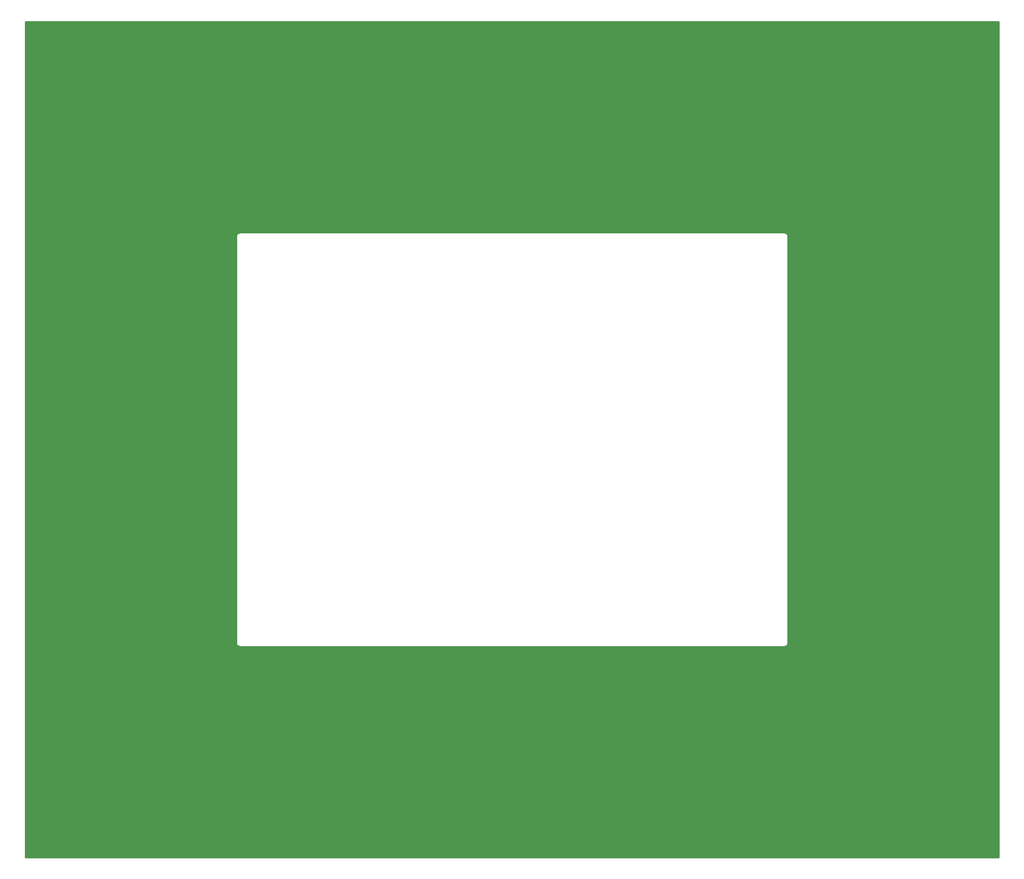
<source format=gbr>
%TF.GenerationSoftware,KiCad,Pcbnew,(5.1.9)-1*%
%TF.CreationDate,2021-03-08T13:31:36-05:00*%
%TF.ProjectId,eInk-picture-frame-coverboard,65496e6b-2d70-4696-9374-7572652d6672,rev?*%
%TF.SameCoordinates,Original*%
%TF.FileFunction,Copper,L2,Bot*%
%TF.FilePolarity,Positive*%
%FSLAX46Y46*%
G04 Gerber Fmt 4.6, Leading zero omitted, Abs format (unit mm)*
G04 Created by KiCad (PCBNEW (5.1.9)-1) date 2021-03-08 13:31:36*
%MOMM*%
%LPD*%
G01*
G04 APERTURE LIST*
%TA.AperFunction,NonConductor*%
%ADD10C,0.254000*%
%TD*%
%TA.AperFunction,NonConductor*%
%ADD11C,0.100000*%
%TD*%
G04 APERTURE END LIST*
D10*
X222890000Y-157610000D02*
X67210000Y-157610000D01*
X67210000Y-58300000D01*
X100936807Y-58300000D01*
X100940001Y-58332430D01*
X100940000Y-123217581D01*
X100936807Y-123250000D01*
X100949550Y-123379383D01*
X100987290Y-123503793D01*
X101048575Y-123618450D01*
X101131052Y-123718948D01*
X101231550Y-123801425D01*
X101346207Y-123862710D01*
X101470617Y-123900450D01*
X101600000Y-123913193D01*
X101632419Y-123910000D01*
X188467581Y-123910000D01*
X188500000Y-123913193D01*
X188532419Y-123910000D01*
X188629383Y-123900450D01*
X188753793Y-123862710D01*
X188868450Y-123801425D01*
X188968948Y-123718948D01*
X189051425Y-123618450D01*
X189112710Y-123503793D01*
X189150450Y-123379383D01*
X189163193Y-123250000D01*
X189160000Y-123217581D01*
X189160000Y-58332419D01*
X189163193Y-58300000D01*
X189150450Y-58170617D01*
X189112710Y-58046207D01*
X189051425Y-57931550D01*
X188968948Y-57831052D01*
X188868450Y-57748575D01*
X188753793Y-57687290D01*
X188629383Y-57649550D01*
X188532419Y-57640000D01*
X188500000Y-57636807D01*
X188467581Y-57640000D01*
X101632419Y-57640000D01*
X101600000Y-57636807D01*
X101567581Y-57640000D01*
X101470617Y-57649550D01*
X101346207Y-57687290D01*
X101231550Y-57748575D01*
X101131052Y-57831052D01*
X101048575Y-57931550D01*
X100987290Y-58046207D01*
X100949550Y-58170617D01*
X100936807Y-58300000D01*
X67210000Y-58300000D01*
X67210000Y-23930000D01*
X222890001Y-23930000D01*
X222890000Y-157610000D01*
%TA.AperFunction,NonConductor*%
D11*
G36*
X222890000Y-157610000D02*
G01*
X67210000Y-157610000D01*
X67210000Y-58300000D01*
X100936807Y-58300000D01*
X100940001Y-58332430D01*
X100940000Y-123217581D01*
X100936807Y-123250000D01*
X100949550Y-123379383D01*
X100987290Y-123503793D01*
X101048575Y-123618450D01*
X101131052Y-123718948D01*
X101231550Y-123801425D01*
X101346207Y-123862710D01*
X101470617Y-123900450D01*
X101600000Y-123913193D01*
X101632419Y-123910000D01*
X188467581Y-123910000D01*
X188500000Y-123913193D01*
X188532419Y-123910000D01*
X188629383Y-123900450D01*
X188753793Y-123862710D01*
X188868450Y-123801425D01*
X188968948Y-123718948D01*
X189051425Y-123618450D01*
X189112710Y-123503793D01*
X189150450Y-123379383D01*
X189163193Y-123250000D01*
X189160000Y-123217581D01*
X189160000Y-58332419D01*
X189163193Y-58300000D01*
X189150450Y-58170617D01*
X189112710Y-58046207D01*
X189051425Y-57931550D01*
X188968948Y-57831052D01*
X188868450Y-57748575D01*
X188753793Y-57687290D01*
X188629383Y-57649550D01*
X188532419Y-57640000D01*
X188500000Y-57636807D01*
X188467581Y-57640000D01*
X101632419Y-57640000D01*
X101600000Y-57636807D01*
X101567581Y-57640000D01*
X101470617Y-57649550D01*
X101346207Y-57687290D01*
X101231550Y-57748575D01*
X101131052Y-57831052D01*
X101048575Y-57931550D01*
X100987290Y-58046207D01*
X100949550Y-58170617D01*
X100936807Y-58300000D01*
X67210000Y-58300000D01*
X67210000Y-23930000D01*
X222890001Y-23930000D01*
X222890000Y-157610000D01*
G37*
%TD.AperFunction*%
M02*

</source>
